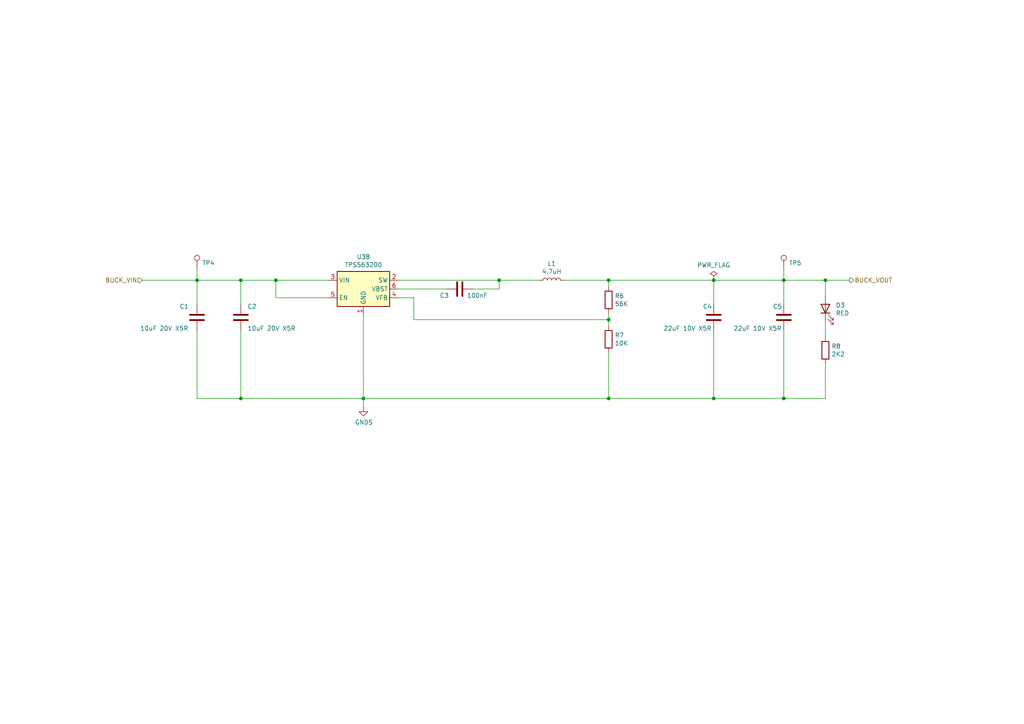
<source format=kicad_sch>
(kicad_sch (version 20211123) (generator eeschema)
  (paper "A4")
  (title_block (title "PSU - TPS563200 Buck Regulator") (date "2021-06-05") (rev "B") (company "Created by C Sutton"))
  (lib_symbols
    (symbol "Connector:TestPoint" (pin_numbers hide) (pin_names (offset 0.762) hide)
      (property "Reference" "TP" (at 0 6.858 0))
      (property "Value" "TestPoint" (at 0 5.08 0))
      (symbol "TestPoint_0_1"
        (circle (center 0 3.302) (radius 0.762))
      )
      (symbol "TestPoint_1_1"
        (pin passive line (at 0 0 90) (length 2.54) (name "1") (number "1"))
      )
    )
    (symbol "Device:C" (pin_numbers hide) (pin_names (offset 0.254))
      (property "Reference" "C" (at 0.635 2.54 0))
      (property "Value" "C" (at 0.635 -2.54 0))
      (symbol "C_0_1"
        (polyline (pts (xy -2.032 -0.762) (xy 2.032 -0.762)) (stroke (width 0.508)))
        (polyline (pts (xy -2.032 0.762) (xy 2.032 0.762)) (stroke (width 0.508)))
      )
      (symbol "C_1_1"
        (pin passive line (at 0 3.81 270) (length 2.794) (name "~") (number "1"))
        (pin passive line (at 0 -3.81 90) (length 2.794) (name "~") (number "2"))
      )
    )
    (symbol "Device:L" (pin_numbers hide) (pin_names (offset 1.016) hide)
      (property "Reference" "L" (at -1.27 0 90))
      (property "Value" "L" (at 1.905 0 90))
      (symbol "L_0_1"
        (arc (start 0 -2.54) (mid 0.635 -1.905) (end 0 -1.27))
        (arc (start 0 -1.27) (mid 0.635 -0.635) (end 0 0))
        (arc (start 0 0) (mid 0.635 0.635) (end 0 1.27))
        (arc (start 0 1.27) (mid 0.635 1.905) (end 0 2.54))
      )
      (symbol "L_1_1"
        (pin passive line (at 0 3.81 270) (length 1.27) (name "1") (number "1"))
        (pin passive line (at 0 -3.81 90) (length 1.27) (name "2") (number "2"))
      )
    )
    (symbol "Device:LED" (pin_numbers hide) (pin_names (offset 1.016) hide)
      (property "Reference" "D" (at 0 2.54 0))
      (property "Value" "LED" (at 0 -2.54 0))
      (symbol "LED_0_1"
        (polyline (pts (xy -1.27 -1.27) (xy -1.27 1.27)) (stroke (width 0.254)))
        (polyline (pts (xy -1.27 0) (xy 1.27 0)))
        (polyline (pts (xy 1.27 -1.27) (xy 1.27 1.27) (xy -1.27 0) (xy 1.27 -1.27)) (stroke (width 0.254)))
        (polyline (pts (xy -3.048 -0.762) (xy -4.572 -2.286) (xy -3.81 -2.286) (xy -4.572 -2.286) (xy -4.572 -1.524)))
        (polyline (pts (xy -1.778 -0.762) (xy -3.302 -2.286) (xy -2.54 -2.286) (xy -3.302 -2.286) (xy -3.302 -1.524)))
      )
      (symbol "LED_1_1"
        (pin passive line (at -3.81 0 0) (length 2.54) (name "K") (number "1"))
        (pin passive line (at 3.81 0 180) (length 2.54) (name "A") (number "2"))
      )
    )
    (symbol "Device:R" (pin_numbers hide) (pin_names (offset 0))
      (property "Reference" "R" (at 2.032 0 90))
      (property "Value" "R" (at 0 0 90))
      (symbol "R_0_1"
        (rectangle (start -1.016 -2.54) (end 1.016 2.54) (stroke (width 0.254)))
      )
      (symbol "R_1_1"
        (pin passive line (at 0 3.81 270) (length 1.27) (name "~") (number "1"))
        (pin passive line (at 0 -3.81 90) (length 1.27) (name "~") (number "2"))
      )
    )
    (symbol "Regulator_Switching:TPS563200"
      (property "Reference" "U" (at -7.62 6.35 0))
      (property "Value" "TPS563200" (at -2.54 6.35 0))
      (symbol "TPS563200_0_1"
        (rectangle (start -7.62 5.08) (end 7.62 -5.08) (stroke (width 0.254)) (fill (type background)))
      )
      (symbol "TPS563200_1_1"
        (pin power_in line (at 0 -7.62 90) (length 2.54) (name "GND") (number "1"))
        (pin output line (at 10.16 2.54 180) (length 2.54) (name "SW") (number "2"))
        (pin power_in line (at -10.16 2.54 0) (length 2.54) (name "VIN") (number "3"))
        (pin input line (at 10.16 -2.54 180) (length 2.54) (name "VFB") (number "4"))
        (pin input line (at -10.16 -2.54 0) (length 2.54) (name "EN") (number "5"))
        (pin passive line (at 10.16 0 180) (length 2.54) (name "VBST") (number "6"))
      )
    )
    (symbol "power:GNDS" (power) (pin_names (offset 0))
      (property "Value" "GNDS" (at 0 -3.81 0))
      (symbol "GNDS_0_1"
        (polyline (pts (xy 0 0) (xy 0 -1.27) (xy 1.27 -1.27) (xy 0 -2.54) (xy -1.27 -1.27) (xy 0 -1.27)))
      )
      (symbol "GNDS_1_1"
        (pin power_in line (at 0 0 270) (length 0) hide (name "GNDS") (number "1"))
      )
    )
    (symbol "power:PWR_FLAG" (power) (pin_numbers hide) (pin_names (offset 0) hide)
      (property "Value" "PWR_FLAG" (at 0 3.81 0))
      (symbol "PWR_FLAG_0_0"
        (pin power_out line (at 0 0 90) (length 0) (name "pwr") (number "1"))
      )
      (symbol "PWR_FLAG_0_1"
        (polyline (pts (xy 0 0) (xy 0 1.27) (xy -1.016 1.905) (xy 0 2.54) (xy 1.016 1.905) (xy 0 1.27)))
      )
    )
  )
  (junction (at 69.85 115.57))
  (junction (at 207.01 81.28))
  (junction (at 176.53 115.57))
  (junction (at 207.01 115.57))
  (junction (at 227.33 81.28))
  (junction (at 227.33 115.57))
  (junction (at 57.15 81.28))
  (junction (at 69.85 81.28))
  (junction (at 144.78 81.28))
  (junction (at 105.41 115.57))
  (junction (at 80.01 81.28))
  (junction (at 176.53 81.28))
  (junction (at 239.395 81.28))
  (junction (at 176.53 92.71))
  (wire (pts (xy 80.01 86.36) (xy 80.01 81.28)))
  (wire (pts (xy 115.57 83.82) (xy 129.54 83.82)))
  (wire (pts (xy 207.01 95.885) (xy 207.01 115.57)))
  (wire (pts (xy 227.33 81.28) (xy 227.33 78.105)))
  (wire (pts (xy 176.53 115.57) (xy 207.01 115.57)))
  (wire (pts (xy 176.53 102.235) (xy 176.53 115.57)))
  (wire (pts (xy 57.15 81.28) (xy 57.15 78.105)))
  (wire (pts (xy 69.85 81.28) (xy 57.15 81.28)))
  (wire (pts (xy 57.15 95.885) (xy 57.15 115.57)))
  (wire (pts (xy 239.395 115.57) (xy 227.33 115.57)))
  (wire (pts (xy 120.015 92.71) (xy 120.015 86.36)))
  (wire (pts (xy 115.57 81.28) (xy 144.78 81.28)))
  (wire (pts (xy 144.78 83.82) (xy 144.78 81.28)))
  (wire (pts (xy 57.15 115.57) (xy 69.85 115.57)))
  (wire (pts (xy 57.15 81.28) (xy 41.275 81.28)))
  (wire (pts (xy 239.395 85.725) (xy 239.395 81.28)))
  (wire (pts (xy 105.41 91.44) (xy 105.41 115.57)))
  (wire (pts (xy 176.53 92.71) (xy 176.53 90.805)))
  (wire (pts (xy 227.33 88.265) (xy 227.33 81.28)))
  (wire (pts (xy 144.78 81.28) (xy 156.21 81.28)))
  (wire (pts (xy 239.395 105.41) (xy 239.395 115.57)))
  (wire (pts (xy 57.15 88.265) (xy 57.15 81.28)))
  (wire (pts (xy 95.25 86.36) (xy 80.01 86.36)))
  (wire (pts (xy 227.33 95.885) (xy 227.33 115.57)))
  (wire (pts (xy 176.53 115.57) (xy 105.41 115.57)))
  (wire (pts (xy 227.33 81.28) (xy 239.395 81.28)))
  (wire (pts (xy 207.01 81.28) (xy 176.53 81.28)))
  (wire (pts (xy 176.53 92.71) (xy 120.015 92.71)))
  (wire (pts (xy 80.01 81.28) (xy 69.85 81.28)))
  (wire (pts (xy 239.395 81.28) (xy 246.38 81.28)))
  (wire (pts (xy 69.85 115.57) (xy 105.41 115.57)))
  (wire (pts (xy 120.015 86.36) (xy 115.57 86.36)))
  (wire (pts (xy 95.25 81.28) (xy 80.01 81.28)))
  (wire (pts (xy 207.01 115.57) (xy 227.33 115.57)))
  (wire (pts (xy 163.83 81.28) (xy 176.53 81.28)))
  (wire (pts (xy 69.85 88.265) (xy 69.85 81.28)))
  (wire (pts (xy 176.53 81.28) (xy 176.53 83.185)))
  (wire (pts (xy 239.395 97.79) (xy 239.395 93.345)))
  (wire (pts (xy 207.01 88.265) (xy 207.01 81.28)))
  (wire (pts (xy 207.01 81.28) (xy 227.33 81.28)))
  (wire (pts (xy 105.41 115.57) (xy 105.41 118.11)))
  (wire (pts (xy 176.53 94.615) (xy 176.53 92.71)))
  (wire (pts (xy 137.16 83.82) (xy 144.78 83.82)))
  (wire (pts (xy 69.85 95.885) (xy 69.85 115.57)))
  (hierarchical_label "BUCK_VIN" (shape input) (at 41.275 81.28 180))
  (hierarchical_label "BUCK_VOUT" (shape output) (at 246.38 81.28 0))
  (symbol (lib_id "Regulator_Switching:TPS563200") (at 105.41 83.82 0)
    (property "Reference" "U38" (at 105.41 74.4982 0))
    (property "Value" "TPS563200" (at 105.41 76.8096 0))
    (property "Footprint" "Package_TO_SOT_SMD:SOT-23-6" (effects hide))
    (property "Datasheet" "http://www.ti.com/lit/ds/symlink/tps563200.pdf" (effects hide))
  )
  (symbol (lib_id "power:GNDS") (at 105.41 118.11 0)
    (property "Reference" "#PWR0108" (effects hide))
    (property "Value" "GNDS" (at 105.537 122.5042 0))
  )
  (symbol (lib_id "Device:C") (at 57.15 92.075 0)
    (property "Reference" "C1" (at 52.07 88.9 0) (effects (justify left)))
    (property "Value" "10uF 20V X5R" (at 40.64 95.25 0) (effects (justify left)))
    (property "Footprint" "Resistor_SMD:R_1206_3216Metric_Pad1.30x1.75mm_HandSolder" (effects hide))
  )
  (symbol (lib_id "Device:C") (at 69.85 92.075 0)
    (property "Reference" "C2" (at 71.755 88.9 0) (effects (justify left)))
    (property "Value" "10uF 20V X5R" (at 71.755 95.25 0) (effects (justify left)))
    (property "Footprint" "Resistor_SMD:R_1206_3216Metric_Pad1.30x1.75mm_HandSolder" (effects hide))
  )
  (symbol (lib_id "Device:L") (at 160.02 81.28 90)
    (property "Reference" "L1" (at 160.02 76.454 90))
    (property "Value" "4.7uH" (at 160.02 78.7654 90))
    (property "Footprint" "Inductor_SMD:L_Taiyo-Yuden_NR-80xx_HandSoldering" (effects hide))
    (property "LcscNo" "C266428" (effects hide))
  )
  (symbol (lib_id "Device:C") (at 133.35 83.82 90)
    (property "Reference" "C3" (at 128.905 85.725 90))
    (property "Value" "100nF" (at 138.43 85.725 90))
    (property "Footprint" "Capacitor_SMD:C_0805_2012Metric_Pad1.18x1.45mm_HandSolder" (effects hide))
  )
  (symbol (lib_id "Device:R") (at 176.53 86.995 0)
    (property "Reference" "R6" (at 178.308 85.8266 0) (effects (justify left)))
    (property "Value" "56K" (at 178.308 88.138 0) (effects (justify left)))
    (property "Footprint" "Resistor_SMD:R_0805_2012Metric_Pad1.20x1.40mm_HandSolder" (effects hide))
  )
  (symbol (lib_id "Device:R") (at 176.53 98.425 0)
    (property "Reference" "R7" (at 178.308 97.2566 0) (effects (justify left)))
    (property "Value" "10K" (at 178.308 99.568 0) (effects (justify left)))
    (property "Footprint" "Resistor_SMD:R_0805_2012Metric_Pad1.20x1.40mm_HandSolder" (effects hide))
  )
  (symbol (lib_id "Device:C") (at 207.01 92.075 0)
    (property "Reference" "C4" (at 203.835 88.9 0) (effects (justify left)))
    (property "Value" "22uF 10V X5R" (at 192.405 95.25 0) (effects (justify left)))
    (property "Footprint" "Resistor_SMD:R_1206_3216Metric_Pad1.30x1.75mm_HandSolder" (effects hide))
  )
  (symbol (lib_id "Device:C") (at 227.33 92.075 0)
    (property "Reference" "C5" (at 224.155 88.9 0) (effects (justify left)))
    (property "Value" "22uF 10V X5R" (at 212.725 95.25 0) (effects (justify left)))
    (property "Footprint" "Resistor_SMD:R_1206_3216Metric_Pad1.30x1.75mm_HandSolder" (effects hide))
  )
  (symbol (lib_id "Connector:TestPoint") (at 227.33 78.105 0)
    (property "Reference" "TP5" (at 228.8032 76.2762 0) (effects (justify left)))
    (property "Value" "TestPoint" (effects hide))
    (property "Footprint" "TestPoint:TestPoint_Pad_D1.0mm" (effects hide))
  )
  (symbol (lib_id "Connector:TestPoint") (at 57.15 78.105 0)
    (property "Reference" "TP4" (at 58.6232 76.2762 0) (effects (justify left)))
    (property "Value" "TestPoint" (effects hide))
    (property "Footprint" "TestPoint:TestPoint_Pad_D1.0mm" (effects hide))
  )
  (symbol (lib_id "Device:LED") (at 239.395 89.535 90)
    (property "Reference" "D3" (at 242.3922 88.5444 90) (effects (justify right)))
    (property "Value" "RED" (at 242.3922 90.8558 90) (effects (justify right)))
    (property "Footprint" "LED_SMD:LED_0805_2012Metric_Pad1.15x1.40mm_HandSolder" (effects hide))
    (property "LcscNo" "C2293" (effects hide))
  )
  (symbol (lib_id "Device:R") (at 239.395 101.6 0)
    (property "Reference" "R8" (at 241.173 100.4316 0) (effects (justify left)))
    (property "Value" "2K2" (at 241.173 102.743 0) (effects (justify left)))
    (property "Footprint" "Resistor_SMD:R_0805_2012Metric_Pad1.20x1.40mm_HandSolder" (effects hide))
  )
  (symbol (lib_id "power:PWR_FLAG") (at 207.01 81.28 0)
    (property "Reference" "#FLG0103" (effects hide))
    (property "Value" "PWR_FLAG" (at 207.01 76.8858 0))
  )
)
</source>
